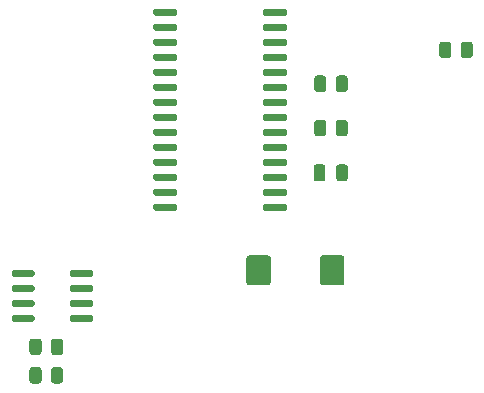
<source format=gbr>
G04 #@! TF.GenerationSoftware,KiCad,Pcbnew,(5.1.9)-1*
G04 #@! TF.CreationDate,2021-11-02T13:36:32-07:00*
G04 #@! TF.ProjectId,wemos_d1_mini_weather_station,77656d6f-735f-4643-915f-6d696e695f77,rev?*
G04 #@! TF.SameCoordinates,Original*
G04 #@! TF.FileFunction,Paste,Top*
G04 #@! TF.FilePolarity,Positive*
%FSLAX46Y46*%
G04 Gerber Fmt 4.6, Leading zero omitted, Abs format (unit mm)*
G04 Created by KiCad (PCBNEW (5.1.9)-1) date 2021-11-02 13:36:32*
%MOMM*%
%LPD*%
G01*
G04 APERTURE LIST*
G04 APERTURE END LIST*
G04 #@! TO.C,U5*
G36*
G01*
X72112000Y-90447000D02*
X72112000Y-90147000D01*
G75*
G02*
X72262000Y-89997000I150000J0D01*
G01*
X73912000Y-89997000D01*
G75*
G02*
X74062000Y-90147000I0J-150000D01*
G01*
X74062000Y-90447000D01*
G75*
G02*
X73912000Y-90597000I-150000J0D01*
G01*
X72262000Y-90597000D01*
G75*
G02*
X72112000Y-90447000I0J150000D01*
G01*
G37*
G36*
G01*
X72112000Y-91717000D02*
X72112000Y-91417000D01*
G75*
G02*
X72262000Y-91267000I150000J0D01*
G01*
X73912000Y-91267000D01*
G75*
G02*
X74062000Y-91417000I0J-150000D01*
G01*
X74062000Y-91717000D01*
G75*
G02*
X73912000Y-91867000I-150000J0D01*
G01*
X72262000Y-91867000D01*
G75*
G02*
X72112000Y-91717000I0J150000D01*
G01*
G37*
G36*
G01*
X72112000Y-92987000D02*
X72112000Y-92687000D01*
G75*
G02*
X72262000Y-92537000I150000J0D01*
G01*
X73912000Y-92537000D01*
G75*
G02*
X74062000Y-92687000I0J-150000D01*
G01*
X74062000Y-92987000D01*
G75*
G02*
X73912000Y-93137000I-150000J0D01*
G01*
X72262000Y-93137000D01*
G75*
G02*
X72112000Y-92987000I0J150000D01*
G01*
G37*
G36*
G01*
X72112000Y-94257000D02*
X72112000Y-93957000D01*
G75*
G02*
X72262000Y-93807000I150000J0D01*
G01*
X73912000Y-93807000D01*
G75*
G02*
X74062000Y-93957000I0J-150000D01*
G01*
X74062000Y-94257000D01*
G75*
G02*
X73912000Y-94407000I-150000J0D01*
G01*
X72262000Y-94407000D01*
G75*
G02*
X72112000Y-94257000I0J150000D01*
G01*
G37*
G36*
G01*
X67162000Y-94257000D02*
X67162000Y-93957000D01*
G75*
G02*
X67312000Y-93807000I150000J0D01*
G01*
X68962000Y-93807000D01*
G75*
G02*
X69112000Y-93957000I0J-150000D01*
G01*
X69112000Y-94257000D01*
G75*
G02*
X68962000Y-94407000I-150000J0D01*
G01*
X67312000Y-94407000D01*
G75*
G02*
X67162000Y-94257000I0J150000D01*
G01*
G37*
G36*
G01*
X67162000Y-92987000D02*
X67162000Y-92687000D01*
G75*
G02*
X67312000Y-92537000I150000J0D01*
G01*
X68962000Y-92537000D01*
G75*
G02*
X69112000Y-92687000I0J-150000D01*
G01*
X69112000Y-92987000D01*
G75*
G02*
X68962000Y-93137000I-150000J0D01*
G01*
X67312000Y-93137000D01*
G75*
G02*
X67162000Y-92987000I0J150000D01*
G01*
G37*
G36*
G01*
X67162000Y-91717000D02*
X67162000Y-91417000D01*
G75*
G02*
X67312000Y-91267000I150000J0D01*
G01*
X68962000Y-91267000D01*
G75*
G02*
X69112000Y-91417000I0J-150000D01*
G01*
X69112000Y-91717000D01*
G75*
G02*
X68962000Y-91867000I-150000J0D01*
G01*
X67312000Y-91867000D01*
G75*
G02*
X67162000Y-91717000I0J150000D01*
G01*
G37*
G36*
G01*
X67162000Y-90447000D02*
X67162000Y-90147000D01*
G75*
G02*
X67312000Y-89997000I150000J0D01*
G01*
X68962000Y-89997000D01*
G75*
G02*
X69112000Y-90147000I0J-150000D01*
G01*
X69112000Y-90447000D01*
G75*
G02*
X68962000Y-90597000I-150000J0D01*
G01*
X67312000Y-90597000D01*
G75*
G02*
X67162000Y-90447000I0J150000D01*
G01*
G37*
G04 #@! TD*
G04 #@! TO.C,U1*
G36*
G01*
X88461000Y-68349000D02*
X88461000Y-68049000D01*
G75*
G02*
X88611000Y-67899000I150000J0D01*
G01*
X90361000Y-67899000D01*
G75*
G02*
X90511000Y-68049000I0J-150000D01*
G01*
X90511000Y-68349000D01*
G75*
G02*
X90361000Y-68499000I-150000J0D01*
G01*
X88611000Y-68499000D01*
G75*
G02*
X88461000Y-68349000I0J150000D01*
G01*
G37*
G36*
G01*
X88461000Y-69619000D02*
X88461000Y-69319000D01*
G75*
G02*
X88611000Y-69169000I150000J0D01*
G01*
X90361000Y-69169000D01*
G75*
G02*
X90511000Y-69319000I0J-150000D01*
G01*
X90511000Y-69619000D01*
G75*
G02*
X90361000Y-69769000I-150000J0D01*
G01*
X88611000Y-69769000D01*
G75*
G02*
X88461000Y-69619000I0J150000D01*
G01*
G37*
G36*
G01*
X88461000Y-70889000D02*
X88461000Y-70589000D01*
G75*
G02*
X88611000Y-70439000I150000J0D01*
G01*
X90361000Y-70439000D01*
G75*
G02*
X90511000Y-70589000I0J-150000D01*
G01*
X90511000Y-70889000D01*
G75*
G02*
X90361000Y-71039000I-150000J0D01*
G01*
X88611000Y-71039000D01*
G75*
G02*
X88461000Y-70889000I0J150000D01*
G01*
G37*
G36*
G01*
X88461000Y-72159000D02*
X88461000Y-71859000D01*
G75*
G02*
X88611000Y-71709000I150000J0D01*
G01*
X90361000Y-71709000D01*
G75*
G02*
X90511000Y-71859000I0J-150000D01*
G01*
X90511000Y-72159000D01*
G75*
G02*
X90361000Y-72309000I-150000J0D01*
G01*
X88611000Y-72309000D01*
G75*
G02*
X88461000Y-72159000I0J150000D01*
G01*
G37*
G36*
G01*
X88461000Y-73429000D02*
X88461000Y-73129000D01*
G75*
G02*
X88611000Y-72979000I150000J0D01*
G01*
X90361000Y-72979000D01*
G75*
G02*
X90511000Y-73129000I0J-150000D01*
G01*
X90511000Y-73429000D01*
G75*
G02*
X90361000Y-73579000I-150000J0D01*
G01*
X88611000Y-73579000D01*
G75*
G02*
X88461000Y-73429000I0J150000D01*
G01*
G37*
G36*
G01*
X88461000Y-74699000D02*
X88461000Y-74399000D01*
G75*
G02*
X88611000Y-74249000I150000J0D01*
G01*
X90361000Y-74249000D01*
G75*
G02*
X90511000Y-74399000I0J-150000D01*
G01*
X90511000Y-74699000D01*
G75*
G02*
X90361000Y-74849000I-150000J0D01*
G01*
X88611000Y-74849000D01*
G75*
G02*
X88461000Y-74699000I0J150000D01*
G01*
G37*
G36*
G01*
X88461000Y-75969000D02*
X88461000Y-75669000D01*
G75*
G02*
X88611000Y-75519000I150000J0D01*
G01*
X90361000Y-75519000D01*
G75*
G02*
X90511000Y-75669000I0J-150000D01*
G01*
X90511000Y-75969000D01*
G75*
G02*
X90361000Y-76119000I-150000J0D01*
G01*
X88611000Y-76119000D01*
G75*
G02*
X88461000Y-75969000I0J150000D01*
G01*
G37*
G36*
G01*
X88461000Y-77239000D02*
X88461000Y-76939000D01*
G75*
G02*
X88611000Y-76789000I150000J0D01*
G01*
X90361000Y-76789000D01*
G75*
G02*
X90511000Y-76939000I0J-150000D01*
G01*
X90511000Y-77239000D01*
G75*
G02*
X90361000Y-77389000I-150000J0D01*
G01*
X88611000Y-77389000D01*
G75*
G02*
X88461000Y-77239000I0J150000D01*
G01*
G37*
G36*
G01*
X88461000Y-78509000D02*
X88461000Y-78209000D01*
G75*
G02*
X88611000Y-78059000I150000J0D01*
G01*
X90361000Y-78059000D01*
G75*
G02*
X90511000Y-78209000I0J-150000D01*
G01*
X90511000Y-78509000D01*
G75*
G02*
X90361000Y-78659000I-150000J0D01*
G01*
X88611000Y-78659000D01*
G75*
G02*
X88461000Y-78509000I0J150000D01*
G01*
G37*
G36*
G01*
X88461000Y-79779000D02*
X88461000Y-79479000D01*
G75*
G02*
X88611000Y-79329000I150000J0D01*
G01*
X90361000Y-79329000D01*
G75*
G02*
X90511000Y-79479000I0J-150000D01*
G01*
X90511000Y-79779000D01*
G75*
G02*
X90361000Y-79929000I-150000J0D01*
G01*
X88611000Y-79929000D01*
G75*
G02*
X88461000Y-79779000I0J150000D01*
G01*
G37*
G36*
G01*
X88461000Y-81049000D02*
X88461000Y-80749000D01*
G75*
G02*
X88611000Y-80599000I150000J0D01*
G01*
X90361000Y-80599000D01*
G75*
G02*
X90511000Y-80749000I0J-150000D01*
G01*
X90511000Y-81049000D01*
G75*
G02*
X90361000Y-81199000I-150000J0D01*
G01*
X88611000Y-81199000D01*
G75*
G02*
X88461000Y-81049000I0J150000D01*
G01*
G37*
G36*
G01*
X88461000Y-82319000D02*
X88461000Y-82019000D01*
G75*
G02*
X88611000Y-81869000I150000J0D01*
G01*
X90361000Y-81869000D01*
G75*
G02*
X90511000Y-82019000I0J-150000D01*
G01*
X90511000Y-82319000D01*
G75*
G02*
X90361000Y-82469000I-150000J0D01*
G01*
X88611000Y-82469000D01*
G75*
G02*
X88461000Y-82319000I0J150000D01*
G01*
G37*
G36*
G01*
X88461000Y-83589000D02*
X88461000Y-83289000D01*
G75*
G02*
X88611000Y-83139000I150000J0D01*
G01*
X90361000Y-83139000D01*
G75*
G02*
X90511000Y-83289000I0J-150000D01*
G01*
X90511000Y-83589000D01*
G75*
G02*
X90361000Y-83739000I-150000J0D01*
G01*
X88611000Y-83739000D01*
G75*
G02*
X88461000Y-83589000I0J150000D01*
G01*
G37*
G36*
G01*
X88461000Y-84859000D02*
X88461000Y-84559000D01*
G75*
G02*
X88611000Y-84409000I150000J0D01*
G01*
X90361000Y-84409000D01*
G75*
G02*
X90511000Y-84559000I0J-150000D01*
G01*
X90511000Y-84859000D01*
G75*
G02*
X90361000Y-85009000I-150000J0D01*
G01*
X88611000Y-85009000D01*
G75*
G02*
X88461000Y-84859000I0J150000D01*
G01*
G37*
G36*
G01*
X79161000Y-84859000D02*
X79161000Y-84559000D01*
G75*
G02*
X79311000Y-84409000I150000J0D01*
G01*
X81061000Y-84409000D01*
G75*
G02*
X81211000Y-84559000I0J-150000D01*
G01*
X81211000Y-84859000D01*
G75*
G02*
X81061000Y-85009000I-150000J0D01*
G01*
X79311000Y-85009000D01*
G75*
G02*
X79161000Y-84859000I0J150000D01*
G01*
G37*
G36*
G01*
X79161000Y-83589000D02*
X79161000Y-83289000D01*
G75*
G02*
X79311000Y-83139000I150000J0D01*
G01*
X81061000Y-83139000D01*
G75*
G02*
X81211000Y-83289000I0J-150000D01*
G01*
X81211000Y-83589000D01*
G75*
G02*
X81061000Y-83739000I-150000J0D01*
G01*
X79311000Y-83739000D01*
G75*
G02*
X79161000Y-83589000I0J150000D01*
G01*
G37*
G36*
G01*
X79161000Y-82319000D02*
X79161000Y-82019000D01*
G75*
G02*
X79311000Y-81869000I150000J0D01*
G01*
X81061000Y-81869000D01*
G75*
G02*
X81211000Y-82019000I0J-150000D01*
G01*
X81211000Y-82319000D01*
G75*
G02*
X81061000Y-82469000I-150000J0D01*
G01*
X79311000Y-82469000D01*
G75*
G02*
X79161000Y-82319000I0J150000D01*
G01*
G37*
G36*
G01*
X79161000Y-81049000D02*
X79161000Y-80749000D01*
G75*
G02*
X79311000Y-80599000I150000J0D01*
G01*
X81061000Y-80599000D01*
G75*
G02*
X81211000Y-80749000I0J-150000D01*
G01*
X81211000Y-81049000D01*
G75*
G02*
X81061000Y-81199000I-150000J0D01*
G01*
X79311000Y-81199000D01*
G75*
G02*
X79161000Y-81049000I0J150000D01*
G01*
G37*
G36*
G01*
X79161000Y-79779000D02*
X79161000Y-79479000D01*
G75*
G02*
X79311000Y-79329000I150000J0D01*
G01*
X81061000Y-79329000D01*
G75*
G02*
X81211000Y-79479000I0J-150000D01*
G01*
X81211000Y-79779000D01*
G75*
G02*
X81061000Y-79929000I-150000J0D01*
G01*
X79311000Y-79929000D01*
G75*
G02*
X79161000Y-79779000I0J150000D01*
G01*
G37*
G36*
G01*
X79161000Y-78509000D02*
X79161000Y-78209000D01*
G75*
G02*
X79311000Y-78059000I150000J0D01*
G01*
X81061000Y-78059000D01*
G75*
G02*
X81211000Y-78209000I0J-150000D01*
G01*
X81211000Y-78509000D01*
G75*
G02*
X81061000Y-78659000I-150000J0D01*
G01*
X79311000Y-78659000D01*
G75*
G02*
X79161000Y-78509000I0J150000D01*
G01*
G37*
G36*
G01*
X79161000Y-77239000D02*
X79161000Y-76939000D01*
G75*
G02*
X79311000Y-76789000I150000J0D01*
G01*
X81061000Y-76789000D01*
G75*
G02*
X81211000Y-76939000I0J-150000D01*
G01*
X81211000Y-77239000D01*
G75*
G02*
X81061000Y-77389000I-150000J0D01*
G01*
X79311000Y-77389000D01*
G75*
G02*
X79161000Y-77239000I0J150000D01*
G01*
G37*
G36*
G01*
X79161000Y-75969000D02*
X79161000Y-75669000D01*
G75*
G02*
X79311000Y-75519000I150000J0D01*
G01*
X81061000Y-75519000D01*
G75*
G02*
X81211000Y-75669000I0J-150000D01*
G01*
X81211000Y-75969000D01*
G75*
G02*
X81061000Y-76119000I-150000J0D01*
G01*
X79311000Y-76119000D01*
G75*
G02*
X79161000Y-75969000I0J150000D01*
G01*
G37*
G36*
G01*
X79161000Y-74699000D02*
X79161000Y-74399000D01*
G75*
G02*
X79311000Y-74249000I150000J0D01*
G01*
X81061000Y-74249000D01*
G75*
G02*
X81211000Y-74399000I0J-150000D01*
G01*
X81211000Y-74699000D01*
G75*
G02*
X81061000Y-74849000I-150000J0D01*
G01*
X79311000Y-74849000D01*
G75*
G02*
X79161000Y-74699000I0J150000D01*
G01*
G37*
G36*
G01*
X79161000Y-73429000D02*
X79161000Y-73129000D01*
G75*
G02*
X79311000Y-72979000I150000J0D01*
G01*
X81061000Y-72979000D01*
G75*
G02*
X81211000Y-73129000I0J-150000D01*
G01*
X81211000Y-73429000D01*
G75*
G02*
X81061000Y-73579000I-150000J0D01*
G01*
X79311000Y-73579000D01*
G75*
G02*
X79161000Y-73429000I0J150000D01*
G01*
G37*
G36*
G01*
X79161000Y-72159000D02*
X79161000Y-71859000D01*
G75*
G02*
X79311000Y-71709000I150000J0D01*
G01*
X81061000Y-71709000D01*
G75*
G02*
X81211000Y-71859000I0J-150000D01*
G01*
X81211000Y-72159000D01*
G75*
G02*
X81061000Y-72309000I-150000J0D01*
G01*
X79311000Y-72309000D01*
G75*
G02*
X79161000Y-72159000I0J150000D01*
G01*
G37*
G36*
G01*
X79161000Y-70889000D02*
X79161000Y-70589000D01*
G75*
G02*
X79311000Y-70439000I150000J0D01*
G01*
X81061000Y-70439000D01*
G75*
G02*
X81211000Y-70589000I0J-150000D01*
G01*
X81211000Y-70889000D01*
G75*
G02*
X81061000Y-71039000I-150000J0D01*
G01*
X79311000Y-71039000D01*
G75*
G02*
X79161000Y-70889000I0J150000D01*
G01*
G37*
G36*
G01*
X79161000Y-69619000D02*
X79161000Y-69319000D01*
G75*
G02*
X79311000Y-69169000I150000J0D01*
G01*
X81061000Y-69169000D01*
G75*
G02*
X81211000Y-69319000I0J-150000D01*
G01*
X81211000Y-69619000D01*
G75*
G02*
X81061000Y-69769000I-150000J0D01*
G01*
X79311000Y-69769000D01*
G75*
G02*
X79161000Y-69619000I0J150000D01*
G01*
G37*
G36*
G01*
X79161000Y-68349000D02*
X79161000Y-68049000D01*
G75*
G02*
X79311000Y-67899000I150000J0D01*
G01*
X81061000Y-67899000D01*
G75*
G02*
X81211000Y-68049000I0J-150000D01*
G01*
X81211000Y-68349000D01*
G75*
G02*
X81061000Y-68499000I-150000J0D01*
G01*
X79311000Y-68499000D01*
G75*
G02*
X79161000Y-68349000I0J150000D01*
G01*
G37*
G04 #@! TD*
G04 #@! TO.C,R6*
G36*
G01*
X69704000Y-98482999D02*
X69704000Y-99383001D01*
G75*
G02*
X69454001Y-99633000I-249999J0D01*
G01*
X68928999Y-99633000D01*
G75*
G02*
X68679000Y-99383001I0J249999D01*
G01*
X68679000Y-98482999D01*
G75*
G02*
X68928999Y-98233000I249999J0D01*
G01*
X69454001Y-98233000D01*
G75*
G02*
X69704000Y-98482999I0J-249999D01*
G01*
G37*
G36*
G01*
X71529000Y-98482999D02*
X71529000Y-99383001D01*
G75*
G02*
X71279001Y-99633000I-249999J0D01*
G01*
X70753999Y-99633000D01*
G75*
G02*
X70504000Y-99383001I0J249999D01*
G01*
X70504000Y-98482999D01*
G75*
G02*
X70753999Y-98233000I249999J0D01*
G01*
X71279001Y-98233000D01*
G75*
G02*
X71529000Y-98482999I0J-249999D01*
G01*
G37*
G04 #@! TD*
G04 #@! TO.C,R4*
G36*
G01*
X105198500Y-71824001D02*
X105198500Y-70923999D01*
G75*
G02*
X105448499Y-70674000I249999J0D01*
G01*
X105973501Y-70674000D01*
G75*
G02*
X106223500Y-70923999I0J-249999D01*
G01*
X106223500Y-71824001D01*
G75*
G02*
X105973501Y-72074000I-249999J0D01*
G01*
X105448499Y-72074000D01*
G75*
G02*
X105198500Y-71824001I0J249999D01*
G01*
G37*
G36*
G01*
X103373500Y-71824001D02*
X103373500Y-70923999D01*
G75*
G02*
X103623499Y-70674000I249999J0D01*
G01*
X104148501Y-70674000D01*
G75*
G02*
X104398500Y-70923999I0J-249999D01*
G01*
X104398500Y-71824001D01*
G75*
G02*
X104148501Y-72074000I-249999J0D01*
G01*
X103623499Y-72074000D01*
G75*
G02*
X103373500Y-71824001I0J249999D01*
G01*
G37*
G04 #@! TD*
G04 #@! TO.C,R3*
G36*
G01*
X70504000Y-96970001D02*
X70504000Y-96069999D01*
G75*
G02*
X70753999Y-95820000I249999J0D01*
G01*
X71279001Y-95820000D01*
G75*
G02*
X71529000Y-96069999I0J-249999D01*
G01*
X71529000Y-96970001D01*
G75*
G02*
X71279001Y-97220000I-249999J0D01*
G01*
X70753999Y-97220000D01*
G75*
G02*
X70504000Y-96970001I0J249999D01*
G01*
G37*
G36*
G01*
X68679000Y-96970001D02*
X68679000Y-96069999D01*
G75*
G02*
X68928999Y-95820000I249999J0D01*
G01*
X69454001Y-95820000D01*
G75*
G02*
X69704000Y-96069999I0J-249999D01*
G01*
X69704000Y-96970001D01*
G75*
G02*
X69454001Y-97220000I-249999J0D01*
G01*
X68928999Y-97220000D01*
G75*
G02*
X68679000Y-96970001I0J249999D01*
G01*
G37*
G04 #@! TD*
G04 #@! TO.C,R2*
G36*
G01*
X93810500Y-73792665D02*
X93810500Y-74692667D01*
G75*
G02*
X93560501Y-74942666I-249999J0D01*
G01*
X93035499Y-74942666D01*
G75*
G02*
X92785500Y-74692667I0J249999D01*
G01*
X92785500Y-73792665D01*
G75*
G02*
X93035499Y-73542666I249999J0D01*
G01*
X93560501Y-73542666D01*
G75*
G02*
X93810500Y-73792665I0J-249999D01*
G01*
G37*
G36*
G01*
X95635500Y-73792665D02*
X95635500Y-74692667D01*
G75*
G02*
X95385501Y-74942666I-249999J0D01*
G01*
X94860499Y-74942666D01*
G75*
G02*
X94610500Y-74692667I0J249999D01*
G01*
X94610500Y-73792665D01*
G75*
G02*
X94860499Y-73542666I249999J0D01*
G01*
X95385501Y-73542666D01*
G75*
G02*
X95635500Y-73792665I0J-249999D01*
G01*
G37*
G04 #@! TD*
G04 #@! TO.C,R1*
G36*
G01*
X94610500Y-78450333D02*
X94610500Y-77550331D01*
G75*
G02*
X94860499Y-77300332I249999J0D01*
G01*
X95385501Y-77300332D01*
G75*
G02*
X95635500Y-77550331I0J-249999D01*
G01*
X95635500Y-78450333D01*
G75*
G02*
X95385501Y-78700332I-249999J0D01*
G01*
X94860499Y-78700332D01*
G75*
G02*
X94610500Y-78450333I0J249999D01*
G01*
G37*
G36*
G01*
X92785500Y-78450333D02*
X92785500Y-77550331D01*
G75*
G02*
X93035499Y-77300332I249999J0D01*
G01*
X93560501Y-77300332D01*
G75*
G02*
X93810500Y-77550331I0J-249999D01*
G01*
X93810500Y-78450333D01*
G75*
G02*
X93560501Y-78700332I-249999J0D01*
G01*
X93035499Y-78700332D01*
G75*
G02*
X92785500Y-78450333I0J249999D01*
G01*
G37*
G04 #@! TD*
G04 #@! TO.C,C2*
G36*
G01*
X89116500Y-89018000D02*
X89116500Y-91068000D01*
G75*
G02*
X88866500Y-91318000I-250000J0D01*
G01*
X87291500Y-91318000D01*
G75*
G02*
X87041500Y-91068000I0J250000D01*
G01*
X87041500Y-89018000D01*
G75*
G02*
X87291500Y-88768000I250000J0D01*
G01*
X88866500Y-88768000D01*
G75*
G02*
X89116500Y-89018000I0J-250000D01*
G01*
G37*
G36*
G01*
X95341500Y-89018000D02*
X95341500Y-91068000D01*
G75*
G02*
X95091500Y-91318000I-250000J0D01*
G01*
X93516500Y-91318000D01*
G75*
G02*
X93266500Y-91068000I0J250000D01*
G01*
X93266500Y-89018000D01*
G75*
G02*
X93516500Y-88768000I250000J0D01*
G01*
X95091500Y-88768000D01*
G75*
G02*
X95341500Y-89018000I0J-250000D01*
G01*
G37*
G04 #@! TD*
G04 #@! TO.C,C1*
G36*
G01*
X94640500Y-82263000D02*
X94640500Y-81313000D01*
G75*
G02*
X94890500Y-81063000I250000J0D01*
G01*
X95390500Y-81063000D01*
G75*
G02*
X95640500Y-81313000I0J-250000D01*
G01*
X95640500Y-82263000D01*
G75*
G02*
X95390500Y-82513000I-250000J0D01*
G01*
X94890500Y-82513000D01*
G75*
G02*
X94640500Y-82263000I0J250000D01*
G01*
G37*
G36*
G01*
X92740500Y-82263000D02*
X92740500Y-81313000D01*
G75*
G02*
X92990500Y-81063000I250000J0D01*
G01*
X93490500Y-81063000D01*
G75*
G02*
X93740500Y-81313000I0J-250000D01*
G01*
X93740500Y-82263000D01*
G75*
G02*
X93490500Y-82513000I-250000J0D01*
G01*
X92990500Y-82513000D01*
G75*
G02*
X92740500Y-82263000I0J250000D01*
G01*
G37*
G04 #@! TD*
M02*

</source>
